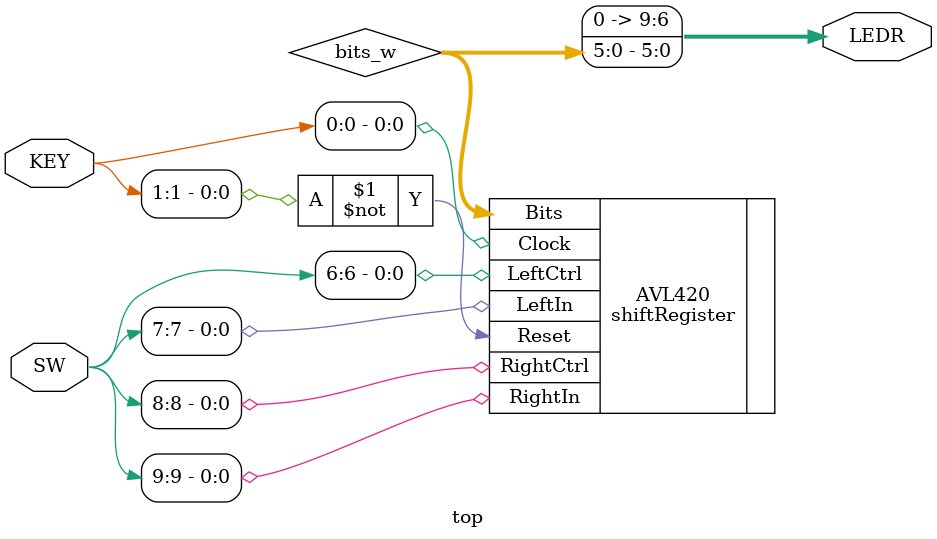
<source format=sv>
module top
(
	input logic [3:0] KEY,
	input logic [9:0] SW,
	output logic [9:0] LEDR
);
	logic [5:0] bits_w;
	
	shiftRegister AVL420
	(	
		.Clock(KEY[0]),
		.Reset(~KEY[1]),
		.LeftCtrl(SW[6]),
		.LeftIn(SW[7]),
		.RightCtrl(SW[8]),
		.RightIn(SW[9]),
		.Bits(bits_w)
		
		
	);
	
	assign LEDR[5:0] = bits_w;
	assign LEDR[9:6] = 4'b0000;

endmodule
</source>
